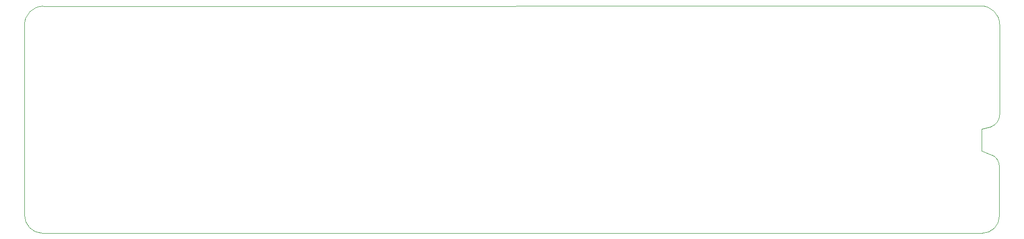
<source format=gm1>
%TF.GenerationSoftware,KiCad,Pcbnew,(5.1.6-0)*%
%TF.CreationDate,2023-03-06T10:11:25+01:00*%
%TF.ProjectId,A500KB,41353030-4b42-42e6-9b69-6361645f7063,3*%
%TF.SameCoordinates,Original*%
%TF.FileFunction,Profile,NP*%
%FSLAX46Y46*%
G04 Gerber Fmt 4.6, Leading zero omitted, Abs format (unit mm)*
G04 Created by KiCad (PCBNEW (5.1.6-0)) date 2023-03-06 10:11:25*
%MOMM*%
%LPD*%
G01*
G04 APERTURE LIST*
%TA.AperFunction,Profile*%
%ADD10C,0.050000*%
%TD*%
G04 APERTURE END LIST*
D10*
X472201200Y-259270579D02*
G75*
G02*
X469265000Y-262191500I-2936200J15319D01*
G01*
X305677847Y-262188431D02*
G75*
G02*
X302704500Y-259080000I138153J3108431D01*
G01*
X305677847Y-262188431D02*
X469265000Y-262191500D01*
X302700000Y-236220000D02*
X302704500Y-259080000D01*
X469158320Y-244050820D02*
X469158320Y-247898920D01*
X471007677Y-248626102D02*
X469158320Y-247898920D01*
X470787706Y-243666560D02*
X469158320Y-244050820D01*
X471007677Y-248626102D02*
G75*
G02*
X472203780Y-250583700I-1003897J-1957598D01*
G01*
X472258460Y-241566560D02*
G75*
G02*
X470787706Y-243666560I-2234608J0D01*
G01*
X472203780Y-250583700D02*
X472201200Y-259270579D01*
X469008460Y-222666560D02*
G75*
G02*
X472258460Y-225916560I0J-3250000D01*
G01*
X302700000Y-225950000D02*
G75*
G02*
X305950000Y-222700000I3250000J0D01*
G01*
X302700000Y-225950000D02*
X302700000Y-236220000D01*
X469008460Y-222666560D02*
X305950000Y-222700000D01*
X472258460Y-241566560D02*
X472258460Y-225916560D01*
M02*

</source>
